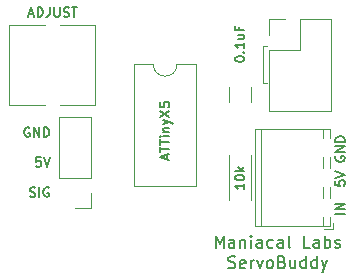
<source format=gbr>
G04 #@! TF.GenerationSoftware,KiCad,Pcbnew,(5.1.6)-1*
G04 #@! TF.CreationDate,2020-09-15T16:07:42-04:00*
G04 #@! TF.ProjectId,ServoLaser,53657276-6f4c-4617-9365-722e6b696361,rev?*
G04 #@! TF.SameCoordinates,Original*
G04 #@! TF.FileFunction,Legend,Top*
G04 #@! TF.FilePolarity,Positive*
%FSLAX46Y46*%
G04 Gerber Fmt 4.6, Leading zero omitted, Abs format (unit mm)*
G04 Created by KiCad (PCBNEW (5.1.6)-1) date 2020-09-15 16:07:42*
%MOMM*%
%LPD*%
G01*
G04 APERTURE LIST*
%ADD10C,0.200000*%
%ADD11C,0.120000*%
G04 APERTURE END LIST*
D10*
X92540666Y-99292619D02*
X92540666Y-98276619D01*
X92879333Y-99002333D01*
X93218000Y-98276619D01*
X93218000Y-99292619D01*
X94137238Y-99292619D02*
X94137238Y-98760428D01*
X94088857Y-98663666D01*
X93992095Y-98615285D01*
X93798571Y-98615285D01*
X93701809Y-98663666D01*
X94137238Y-99244238D02*
X94040476Y-99292619D01*
X93798571Y-99292619D01*
X93701809Y-99244238D01*
X93653428Y-99147476D01*
X93653428Y-99050714D01*
X93701809Y-98953952D01*
X93798571Y-98905571D01*
X94040476Y-98905571D01*
X94137238Y-98857190D01*
X94621047Y-98615285D02*
X94621047Y-99292619D01*
X94621047Y-98712047D02*
X94669428Y-98663666D01*
X94766190Y-98615285D01*
X94911333Y-98615285D01*
X95008095Y-98663666D01*
X95056476Y-98760428D01*
X95056476Y-99292619D01*
X95540285Y-99292619D02*
X95540285Y-98615285D01*
X95540285Y-98276619D02*
X95491904Y-98325000D01*
X95540285Y-98373380D01*
X95588666Y-98325000D01*
X95540285Y-98276619D01*
X95540285Y-98373380D01*
X96459523Y-99292619D02*
X96459523Y-98760428D01*
X96411142Y-98663666D01*
X96314380Y-98615285D01*
X96120857Y-98615285D01*
X96024095Y-98663666D01*
X96459523Y-99244238D02*
X96362761Y-99292619D01*
X96120857Y-99292619D01*
X96024095Y-99244238D01*
X95975714Y-99147476D01*
X95975714Y-99050714D01*
X96024095Y-98953952D01*
X96120857Y-98905571D01*
X96362761Y-98905571D01*
X96459523Y-98857190D01*
X97378761Y-99244238D02*
X97282000Y-99292619D01*
X97088476Y-99292619D01*
X96991714Y-99244238D01*
X96943333Y-99195857D01*
X96894952Y-99099095D01*
X96894952Y-98808809D01*
X96943333Y-98712047D01*
X96991714Y-98663666D01*
X97088476Y-98615285D01*
X97282000Y-98615285D01*
X97378761Y-98663666D01*
X98249619Y-99292619D02*
X98249619Y-98760428D01*
X98201238Y-98663666D01*
X98104476Y-98615285D01*
X97910952Y-98615285D01*
X97814190Y-98663666D01*
X98249619Y-99244238D02*
X98152857Y-99292619D01*
X97910952Y-99292619D01*
X97814190Y-99244238D01*
X97765809Y-99147476D01*
X97765809Y-99050714D01*
X97814190Y-98953952D01*
X97910952Y-98905571D01*
X98152857Y-98905571D01*
X98249619Y-98857190D01*
X98878571Y-99292619D02*
X98781809Y-99244238D01*
X98733428Y-99147476D01*
X98733428Y-98276619D01*
X100523523Y-99292619D02*
X100039714Y-99292619D01*
X100039714Y-98276619D01*
X101297619Y-99292619D02*
X101297619Y-98760428D01*
X101249238Y-98663666D01*
X101152476Y-98615285D01*
X100958952Y-98615285D01*
X100862190Y-98663666D01*
X101297619Y-99244238D02*
X101200857Y-99292619D01*
X100958952Y-99292619D01*
X100862190Y-99244238D01*
X100813809Y-99147476D01*
X100813809Y-99050714D01*
X100862190Y-98953952D01*
X100958952Y-98905571D01*
X101200857Y-98905571D01*
X101297619Y-98857190D01*
X101781428Y-99292619D02*
X101781428Y-98276619D01*
X101781428Y-98663666D02*
X101878190Y-98615285D01*
X102071714Y-98615285D01*
X102168476Y-98663666D01*
X102216857Y-98712047D01*
X102265238Y-98808809D01*
X102265238Y-99099095D01*
X102216857Y-99195857D01*
X102168476Y-99244238D01*
X102071714Y-99292619D01*
X101878190Y-99292619D01*
X101781428Y-99244238D01*
X102652285Y-99244238D02*
X102749047Y-99292619D01*
X102942571Y-99292619D01*
X103039333Y-99244238D01*
X103087714Y-99147476D01*
X103087714Y-99099095D01*
X103039333Y-99002333D01*
X102942571Y-98953952D01*
X102797428Y-98953952D01*
X102700666Y-98905571D01*
X102652285Y-98808809D01*
X102652285Y-98760428D01*
X102700666Y-98663666D01*
X102797428Y-98615285D01*
X102942571Y-98615285D01*
X103039333Y-98663666D01*
X93629238Y-100968238D02*
X93774380Y-101016619D01*
X94016285Y-101016619D01*
X94113047Y-100968238D01*
X94161428Y-100919857D01*
X94209809Y-100823095D01*
X94209809Y-100726333D01*
X94161428Y-100629571D01*
X94113047Y-100581190D01*
X94016285Y-100532809D01*
X93822761Y-100484428D01*
X93726000Y-100436047D01*
X93677619Y-100387666D01*
X93629238Y-100290904D01*
X93629238Y-100194142D01*
X93677619Y-100097380D01*
X93726000Y-100049000D01*
X93822761Y-100000619D01*
X94064666Y-100000619D01*
X94209809Y-100049000D01*
X95032285Y-100968238D02*
X94935523Y-101016619D01*
X94742000Y-101016619D01*
X94645238Y-100968238D01*
X94596857Y-100871476D01*
X94596857Y-100484428D01*
X94645238Y-100387666D01*
X94742000Y-100339285D01*
X94935523Y-100339285D01*
X95032285Y-100387666D01*
X95080666Y-100484428D01*
X95080666Y-100581190D01*
X94596857Y-100677952D01*
X95516095Y-101016619D02*
X95516095Y-100339285D01*
X95516095Y-100532809D02*
X95564476Y-100436047D01*
X95612857Y-100387666D01*
X95709619Y-100339285D01*
X95806380Y-100339285D01*
X96048285Y-100339285D02*
X96290190Y-101016619D01*
X96532095Y-100339285D01*
X97064285Y-101016619D02*
X96967523Y-100968238D01*
X96919142Y-100919857D01*
X96870761Y-100823095D01*
X96870761Y-100532809D01*
X96919142Y-100436047D01*
X96967523Y-100387666D01*
X97064285Y-100339285D01*
X97209428Y-100339285D01*
X97306190Y-100387666D01*
X97354571Y-100436047D01*
X97402952Y-100532809D01*
X97402952Y-100823095D01*
X97354571Y-100919857D01*
X97306190Y-100968238D01*
X97209428Y-101016619D01*
X97064285Y-101016619D01*
X98177047Y-100484428D02*
X98322190Y-100532809D01*
X98370571Y-100581190D01*
X98418952Y-100677952D01*
X98418952Y-100823095D01*
X98370571Y-100919857D01*
X98322190Y-100968238D01*
X98225428Y-101016619D01*
X97838380Y-101016619D01*
X97838380Y-100000619D01*
X98177047Y-100000619D01*
X98273809Y-100049000D01*
X98322190Y-100097380D01*
X98370571Y-100194142D01*
X98370571Y-100290904D01*
X98322190Y-100387666D01*
X98273809Y-100436047D01*
X98177047Y-100484428D01*
X97838380Y-100484428D01*
X99289809Y-100339285D02*
X99289809Y-101016619D01*
X98854380Y-100339285D02*
X98854380Y-100871476D01*
X98902761Y-100968238D01*
X98999523Y-101016619D01*
X99144666Y-101016619D01*
X99241428Y-100968238D01*
X99289809Y-100919857D01*
X100209047Y-101016619D02*
X100209047Y-100000619D01*
X100209047Y-100968238D02*
X100112285Y-101016619D01*
X99918761Y-101016619D01*
X99822000Y-100968238D01*
X99773619Y-100919857D01*
X99725238Y-100823095D01*
X99725238Y-100532809D01*
X99773619Y-100436047D01*
X99822000Y-100387666D01*
X99918761Y-100339285D01*
X100112285Y-100339285D01*
X100209047Y-100387666D01*
X101128285Y-101016619D02*
X101128285Y-100000619D01*
X101128285Y-100968238D02*
X101031523Y-101016619D01*
X100838000Y-101016619D01*
X100741238Y-100968238D01*
X100692857Y-100919857D01*
X100644476Y-100823095D01*
X100644476Y-100532809D01*
X100692857Y-100436047D01*
X100741238Y-100387666D01*
X100838000Y-100339285D01*
X101031523Y-100339285D01*
X101128285Y-100387666D01*
X101515333Y-100339285D02*
X101757238Y-101016619D01*
X101999142Y-100339285D02*
X101757238Y-101016619D01*
X101660476Y-101258523D01*
X101612095Y-101306904D01*
X101515333Y-101355285D01*
X76740000Y-79508333D02*
X77120952Y-79508333D01*
X76663809Y-79736904D02*
X76930476Y-78936904D01*
X77197142Y-79736904D01*
X77463809Y-79736904D02*
X77463809Y-78936904D01*
X77654285Y-78936904D01*
X77768571Y-78975000D01*
X77844761Y-79051190D01*
X77882857Y-79127380D01*
X77920952Y-79279761D01*
X77920952Y-79394047D01*
X77882857Y-79546428D01*
X77844761Y-79622619D01*
X77768571Y-79698809D01*
X77654285Y-79736904D01*
X77463809Y-79736904D01*
X78492380Y-78936904D02*
X78492380Y-79508333D01*
X78454285Y-79622619D01*
X78378095Y-79698809D01*
X78263809Y-79736904D01*
X78187619Y-79736904D01*
X78873333Y-78936904D02*
X78873333Y-79584523D01*
X78911428Y-79660714D01*
X78949523Y-79698809D01*
X79025714Y-79736904D01*
X79178095Y-79736904D01*
X79254285Y-79698809D01*
X79292380Y-79660714D01*
X79330476Y-79584523D01*
X79330476Y-78936904D01*
X79673333Y-79698809D02*
X79787619Y-79736904D01*
X79978095Y-79736904D01*
X80054285Y-79698809D01*
X80092380Y-79660714D01*
X80130476Y-79584523D01*
X80130476Y-79508333D01*
X80092380Y-79432142D01*
X80054285Y-79394047D01*
X79978095Y-79355952D01*
X79825714Y-79317857D01*
X79749523Y-79279761D01*
X79711428Y-79241666D01*
X79673333Y-79165476D01*
X79673333Y-79089285D01*
X79711428Y-79013095D01*
X79749523Y-78975000D01*
X79825714Y-78936904D01*
X80016190Y-78936904D01*
X80130476Y-78975000D01*
X80359047Y-78936904D02*
X80816190Y-78936904D01*
X80587619Y-79736904D02*
X80587619Y-78936904D01*
X103485904Y-96431047D02*
X102685904Y-96431047D01*
X103485904Y-96050095D02*
X102685904Y-96050095D01*
X103485904Y-95592952D01*
X102685904Y-95592952D01*
X102685904Y-93624380D02*
X102685904Y-94005333D01*
X103066857Y-94043428D01*
X103028761Y-94005333D01*
X102990666Y-93929142D01*
X102990666Y-93738666D01*
X103028761Y-93662476D01*
X103066857Y-93624380D01*
X103143047Y-93586285D01*
X103333523Y-93586285D01*
X103409714Y-93624380D01*
X103447809Y-93662476D01*
X103485904Y-93738666D01*
X103485904Y-93929142D01*
X103447809Y-94005333D01*
X103409714Y-94043428D01*
X102685904Y-93357714D02*
X103485904Y-93091047D01*
X102685904Y-92824380D01*
X102724000Y-91541523D02*
X102685904Y-91617714D01*
X102685904Y-91732000D01*
X102724000Y-91846285D01*
X102800190Y-91922476D01*
X102876380Y-91960571D01*
X103028761Y-91998666D01*
X103143047Y-91998666D01*
X103295428Y-91960571D01*
X103371619Y-91922476D01*
X103447809Y-91846285D01*
X103485904Y-91732000D01*
X103485904Y-91655809D01*
X103447809Y-91541523D01*
X103409714Y-91503428D01*
X103143047Y-91503428D01*
X103143047Y-91655809D01*
X103485904Y-91160571D02*
X102685904Y-91160571D01*
X103485904Y-90703428D01*
X102685904Y-90703428D01*
X103485904Y-90322476D02*
X102685904Y-90322476D01*
X102685904Y-90132000D01*
X102724000Y-90017714D01*
X102800190Y-89941523D01*
X102876380Y-89903428D01*
X103028761Y-89865333D01*
X103143047Y-89865333D01*
X103295428Y-89903428D01*
X103371619Y-89941523D01*
X103447809Y-90017714D01*
X103485904Y-90132000D01*
X103485904Y-90322476D01*
X76819523Y-94938809D02*
X76933809Y-94976904D01*
X77124285Y-94976904D01*
X77200476Y-94938809D01*
X77238571Y-94900714D01*
X77276666Y-94824523D01*
X77276666Y-94748333D01*
X77238571Y-94672142D01*
X77200476Y-94634047D01*
X77124285Y-94595952D01*
X76971904Y-94557857D01*
X76895714Y-94519761D01*
X76857619Y-94481666D01*
X76819523Y-94405476D01*
X76819523Y-94329285D01*
X76857619Y-94253095D01*
X76895714Y-94215000D01*
X76971904Y-94176904D01*
X77162380Y-94176904D01*
X77276666Y-94215000D01*
X77619523Y-94976904D02*
X77619523Y-94176904D01*
X78419523Y-94215000D02*
X78343333Y-94176904D01*
X78229047Y-94176904D01*
X78114761Y-94215000D01*
X78038571Y-94291190D01*
X78000476Y-94367380D01*
X77962380Y-94519761D01*
X77962380Y-94634047D01*
X78000476Y-94786428D01*
X78038571Y-94862619D01*
X78114761Y-94938809D01*
X78229047Y-94976904D01*
X78305238Y-94976904D01*
X78419523Y-94938809D01*
X78457619Y-94900714D01*
X78457619Y-94634047D01*
X78305238Y-94634047D01*
X77733809Y-91636904D02*
X77352857Y-91636904D01*
X77314761Y-92017857D01*
X77352857Y-91979761D01*
X77429047Y-91941666D01*
X77619523Y-91941666D01*
X77695714Y-91979761D01*
X77733809Y-92017857D01*
X77771904Y-92094047D01*
X77771904Y-92284523D01*
X77733809Y-92360714D01*
X77695714Y-92398809D01*
X77619523Y-92436904D01*
X77429047Y-92436904D01*
X77352857Y-92398809D01*
X77314761Y-92360714D01*
X78000476Y-91636904D02*
X78267142Y-92436904D01*
X78533809Y-91636904D01*
X76781428Y-89135000D02*
X76705238Y-89096904D01*
X76590952Y-89096904D01*
X76476666Y-89135000D01*
X76400476Y-89211190D01*
X76362380Y-89287380D01*
X76324285Y-89439761D01*
X76324285Y-89554047D01*
X76362380Y-89706428D01*
X76400476Y-89782619D01*
X76476666Y-89858809D01*
X76590952Y-89896904D01*
X76667142Y-89896904D01*
X76781428Y-89858809D01*
X76819523Y-89820714D01*
X76819523Y-89554047D01*
X76667142Y-89554047D01*
X77162380Y-89896904D02*
X77162380Y-89096904D01*
X77619523Y-89896904D01*
X77619523Y-89096904D01*
X78000476Y-89896904D02*
X78000476Y-89096904D01*
X78190952Y-89096904D01*
X78305238Y-89135000D01*
X78381428Y-89211190D01*
X78419523Y-89287380D01*
X78457619Y-89439761D01*
X78457619Y-89554047D01*
X78419523Y-89706428D01*
X78381428Y-89782619D01*
X78305238Y-89858809D01*
X78190952Y-89896904D01*
X78000476Y-89896904D01*
D11*
X96520000Y-85344000D02*
X96901000Y-85344000D01*
X96520000Y-82169000D02*
X96520000Y-85344000D01*
X96901000Y-82169000D02*
X96520000Y-82169000D01*
D10*
X88398333Y-91792619D02*
X88398333Y-91411666D01*
X88626904Y-91868809D02*
X87826904Y-91602142D01*
X88626904Y-91335476D01*
X87826904Y-91183095D02*
X87826904Y-90725952D01*
X88626904Y-90954523D02*
X87826904Y-90954523D01*
X87826904Y-90573571D02*
X87826904Y-90116428D01*
X88626904Y-90345000D02*
X87826904Y-90345000D01*
X88626904Y-89849761D02*
X88093571Y-89849761D01*
X87826904Y-89849761D02*
X87865000Y-89887857D01*
X87903095Y-89849761D01*
X87865000Y-89811666D01*
X87826904Y-89849761D01*
X87903095Y-89849761D01*
X88093571Y-89468809D02*
X88626904Y-89468809D01*
X88169761Y-89468809D02*
X88131666Y-89430714D01*
X88093571Y-89354523D01*
X88093571Y-89240238D01*
X88131666Y-89164047D01*
X88207857Y-89125952D01*
X88626904Y-89125952D01*
X88093571Y-88821190D02*
X88626904Y-88630714D01*
X88093571Y-88440238D02*
X88626904Y-88630714D01*
X88817380Y-88706904D01*
X88855476Y-88745000D01*
X88893571Y-88821190D01*
X87826904Y-88211666D02*
X88626904Y-87678333D01*
X87826904Y-87678333D02*
X88626904Y-88211666D01*
X87826904Y-86992619D02*
X87826904Y-87373571D01*
X88207857Y-87411666D01*
X88169761Y-87373571D01*
X88131666Y-87297380D01*
X88131666Y-87106904D01*
X88169761Y-87030714D01*
X88207857Y-86992619D01*
X88284047Y-86954523D01*
X88474523Y-86954523D01*
X88550714Y-86992619D01*
X88588809Y-87030714D01*
X88626904Y-87106904D01*
X88626904Y-87297380D01*
X88588809Y-87373571D01*
X88550714Y-87411666D01*
X94176904Y-83347142D02*
X94176904Y-83270952D01*
X94215000Y-83194761D01*
X94253095Y-83156666D01*
X94329285Y-83118571D01*
X94481666Y-83080476D01*
X94672142Y-83080476D01*
X94824523Y-83118571D01*
X94900714Y-83156666D01*
X94938809Y-83194761D01*
X94976904Y-83270952D01*
X94976904Y-83347142D01*
X94938809Y-83423333D01*
X94900714Y-83461428D01*
X94824523Y-83499523D01*
X94672142Y-83537619D01*
X94481666Y-83537619D01*
X94329285Y-83499523D01*
X94253095Y-83461428D01*
X94215000Y-83423333D01*
X94176904Y-83347142D01*
X94900714Y-82737619D02*
X94938809Y-82699523D01*
X94976904Y-82737619D01*
X94938809Y-82775714D01*
X94900714Y-82737619D01*
X94976904Y-82737619D01*
X94976904Y-81937619D02*
X94976904Y-82394761D01*
X94976904Y-82166190D02*
X94176904Y-82166190D01*
X94291190Y-82242380D01*
X94367380Y-82318571D01*
X94405476Y-82394761D01*
X94443571Y-81251904D02*
X94976904Y-81251904D01*
X94443571Y-81594761D02*
X94862619Y-81594761D01*
X94938809Y-81556666D01*
X94976904Y-81480476D01*
X94976904Y-81366190D01*
X94938809Y-81290000D01*
X94900714Y-81251904D01*
X94557857Y-80604285D02*
X94557857Y-80870952D01*
X94976904Y-80870952D02*
X94176904Y-80870952D01*
X94176904Y-80490000D01*
X94976904Y-93875476D02*
X94976904Y-94332619D01*
X94976904Y-94104047D02*
X94176904Y-94104047D01*
X94291190Y-94180238D01*
X94367380Y-94256428D01*
X94405476Y-94332619D01*
X94176904Y-93380238D02*
X94176904Y-93304047D01*
X94215000Y-93227857D01*
X94253095Y-93189761D01*
X94329285Y-93151666D01*
X94481666Y-93113571D01*
X94672142Y-93113571D01*
X94824523Y-93151666D01*
X94900714Y-93189761D01*
X94938809Y-93227857D01*
X94976904Y-93304047D01*
X94976904Y-93380238D01*
X94938809Y-93456428D01*
X94900714Y-93494523D01*
X94824523Y-93532619D01*
X94672142Y-93570714D01*
X94481666Y-93570714D01*
X94329285Y-93532619D01*
X94253095Y-93494523D01*
X94215000Y-93456428D01*
X94176904Y-93380238D01*
X94976904Y-92770714D02*
X94176904Y-92770714D01*
X94672142Y-92694523D02*
X94976904Y-92465952D01*
X94443571Y-92465952D02*
X94748333Y-92770714D01*
D11*
X97095000Y-87690000D02*
X102295000Y-87690000D01*
X97095000Y-82550000D02*
X97095000Y-87690000D01*
X102295000Y-79950000D02*
X102295000Y-87690000D01*
X97095000Y-82550000D02*
X99695000Y-82550000D01*
X99695000Y-82550000D02*
X99695000Y-79950000D01*
X99695000Y-79950000D02*
X102295000Y-79950000D01*
X97095000Y-81280000D02*
X97095000Y-79950000D01*
X97095000Y-79950000D02*
X98425000Y-79950000D01*
X93695000Y-85711000D02*
X93695000Y-86969000D01*
X95535000Y-85711000D02*
X95535000Y-86969000D01*
X93695000Y-91425000D02*
X93695000Y-95265000D01*
X95535000Y-91425000D02*
X95535000Y-95265000D01*
X90915000Y-83760000D02*
X89265000Y-83760000D01*
X90915000Y-94040000D02*
X90915000Y-83760000D01*
X85615000Y-94040000D02*
X90915000Y-94040000D01*
X85615000Y-83760000D02*
X85615000Y-94040000D01*
X87265000Y-83760000D02*
X85615000Y-83760000D01*
X89265000Y-83760000D02*
G75*
G02*
X87265000Y-83760000I-1000000J0D01*
G01*
X82300000Y-80400000D02*
X82300000Y-87240000D01*
X75060000Y-80400000D02*
X75060000Y-87240000D01*
X79390000Y-87240000D02*
X82300000Y-87240000D01*
X75060000Y-87240000D02*
X78090000Y-87240000D01*
X79390000Y-80400000D02*
X82300000Y-80400000D01*
X75060000Y-80400000D02*
X78090000Y-80400000D01*
X101660000Y-97445000D02*
X101660000Y-96675000D01*
X101660000Y-95095000D02*
X101660000Y-94135000D01*
X101660000Y-92555000D02*
X101660000Y-91595000D01*
X101660000Y-90015000D02*
X101660000Y-89245000D01*
X96360000Y-97445000D02*
X96360000Y-89245000D01*
X95900000Y-97445000D02*
X95900000Y-89245000D01*
X102220000Y-97445000D02*
X102220000Y-96675000D01*
X102220000Y-95095000D02*
X102220000Y-94135000D01*
X102220000Y-92555000D02*
X102220000Y-91595000D01*
X102220000Y-90015000D02*
X102220000Y-89245000D01*
X95900000Y-97445000D02*
X102220000Y-97445000D01*
X95900000Y-89245000D02*
X102220000Y-89245000D01*
X101720000Y-97685000D02*
X102460000Y-97685000D01*
X102460000Y-97685000D02*
X102460000Y-97185000D01*
X81975000Y-88205000D02*
X79315000Y-88205000D01*
X81975000Y-93345000D02*
X81975000Y-88205000D01*
X79315000Y-93345000D02*
X79315000Y-88205000D01*
X81975000Y-93345000D02*
X79315000Y-93345000D01*
X81975000Y-94615000D02*
X81975000Y-95945000D01*
X81975000Y-95945000D02*
X80645000Y-95945000D01*
M02*

</source>
